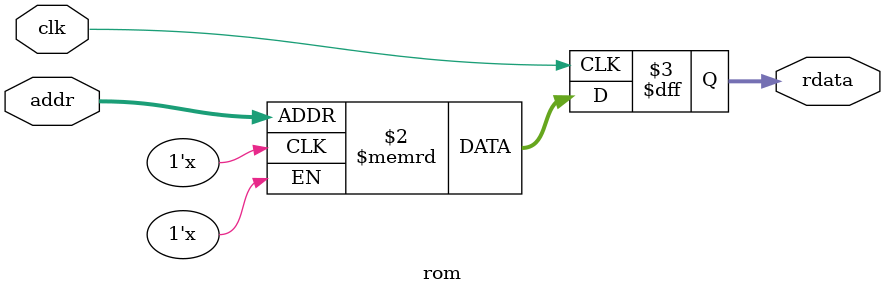
<source format=v>
/* verilator lint_off DECLFILENAME */

module top (
	input wire clk,
	input wire [1:0] addr,
	output wire [7:0] rdata
);
	rom dut (
		.clk(clk),
		.addr(addr),
		.rdata(rdata)
	);

	initial begin
		$display("Hello!");
		$readmemh("rom.hex", dut.arr);
	end
endmodule

module rom (
	input  wire       clk,
	input  wire [1:0] addr,
	output reg  [7:0] rdata
);

reg [7:0] arr [3:0];

always @(posedge clk) begin
	rdata <= arr[addr];
end

endmodule

</source>
